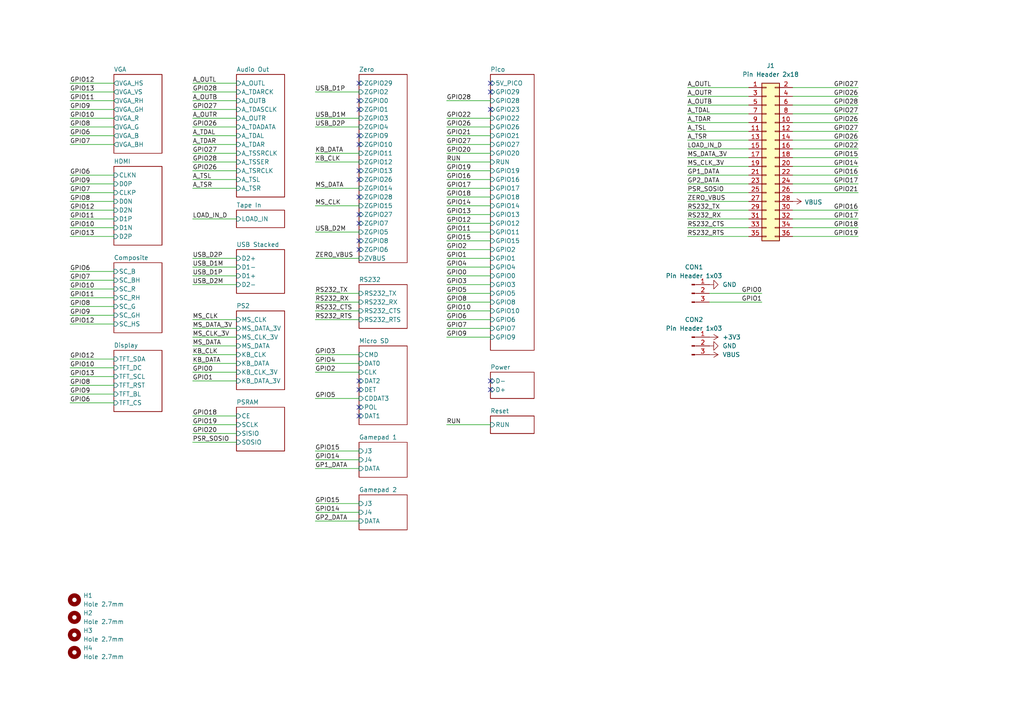
<source format=kicad_sch>
(kicad_sch (version 20231120) (generator "eeschema") (generator_version "8.0")
  (paper "A4")
  (title_block (title "TurboFRANK") (date "2025-01-29") (rev "1.0") (company "Mikhail Matveev") (comment 1 "https://github.com/xtremespb/frank"))
  (lib_symbols
    (symbol "Connector:Conn_01x03_Pin" (pin_names (offset 1.016) hide)
      (property "Reference" "J" (at 0 5.08 0))
      (property "Value" "Conn_01x03_Pin" (at 0 -5.08 0))
      (symbol "Conn_01x03_Pin_1_1"
        (polyline (pts (xy 1.27 -2.54) (xy 0.8636 -2.54)) (stroke (width 0.1524)))
        (polyline (pts (xy 1.27 0) (xy 0.8636 0)) (stroke (width 0.1524)))
        (polyline (pts (xy 1.27 2.54) (xy 0.8636 2.54)) (stroke (width 0.1524)))
        (rectangle (start 0.8636 -2.413) (end 0 -2.667) (stroke (width 0.1524)) (fill (type outline)))
        (rectangle (start 0.8636 0.127) (end 0 -0.127) (stroke (width 0.1524)) (fill (type outline)))
        (rectangle (start 0.8636 2.667) (end 0 2.413) (stroke (width 0.1524)) (fill (type outline)))
        (pin passive line (at 5.08 2.54 180) (length 3.81) (name "Pin_1") (number "1"))
        (pin passive line (at 5.08 0 180) (length 3.81) (name "Pin_2") (number "2"))
        (pin passive line (at 5.08 -2.54 180) (length 3.81) (name "Pin_3") (number "3"))
      )
    )
    (symbol "Connector_Generic:Conn_02x18_Odd_Even" (pin_names (offset 1.016) hide)
      (property "Reference" "J" (at 1.27 22.86 0))
      (property "Value" "Conn_02x18_Odd_Even" (at 1.27 -25.4 0))
      (symbol "Conn_02x18_Odd_Even_1_1"
        (rectangle (start -1.27 -22.733) (end 0 -22.987) (stroke (width 0.1524)))
        (rectangle (start -1.27 -20.193) (end 0 -20.447) (stroke (width 0.1524)))
        (rectangle (start -1.27 -17.653) (end 0 -17.907) (stroke (width 0.1524)))
        (rectangle (start -1.27 -15.113) (end 0 -15.367) (stroke (width 0.1524)))
        (rectangle (start -1.27 -12.573) (end 0 -12.827) (stroke (width 0.1524)))
        (rectangle (start -1.27 -10.033) (end 0 -10.287) (stroke (width 0.1524)))
        (rectangle (start -1.27 -7.493) (end 0 -7.747) (stroke (width 0.1524)))
        (rectangle (start -1.27 -4.953) (end 0 -5.207) (stroke (width 0.1524)))
        (rectangle (start -1.27 -2.413) (end 0 -2.667) (stroke (width 0.1524)))
        (rectangle (start -1.27 0.127) (end 0 -0.127) (stroke (width 0.1524)))
        (rectangle (start -1.27 2.667) (end 0 2.413) (stroke (width 0.1524)))
        (rectangle (start -1.27 5.207) (end 0 4.953) (stroke (width 0.1524)))
        (rectangle (start -1.27 7.747) (end 0 7.493) (stroke (width 0.1524)))
        (rectangle (start -1.27 10.287) (end 0 10.033) (stroke (width 0.1524)))
        (rectangle (start -1.27 12.827) (end 0 12.573) (stroke (width 0.1524)))
        (rectangle (start -1.27 15.367) (end 0 15.113) (stroke (width 0.1524)))
        (rectangle (start -1.27 17.907) (end 0 17.653) (stroke (width 0.1524)))
        (rectangle (start -1.27 20.447) (end 0 20.193) (stroke (width 0.1524)))
        (rectangle (start -1.27 21.59) (end 3.81 -24.13) (stroke (width 0.254)) (fill (type background)))
        (rectangle (start 3.81 -22.733) (end 2.54 -22.987) (stroke (width 0.1524)))
        (rectangle (start 3.81 -20.193) (end 2.54 -20.447) (stroke (width 0.1524)))
        (rectangle (start 3.81 -17.653) (end 2.54 -17.907) (stroke (width 0.1524)))
        (rectangle (start 3.81 -15.113) (end 2.54 -15.367) (stroke (width 0.1524)))
        (rectangle (start 3.81 -12.573) (end 2.54 -12.827) (stroke (width 0.1524)))
        (rectangle (start 3.81 -10.033) (end 2.54 -10.287) (stroke (width 0.1524)))
        (rectangle (start 3.81 -7.493) (end 2.54 -7.747) (stroke (width 0.1524)))
        (rectangle (start 3.81 -4.953) (end 2.54 -5.207) (stroke (width 0.1524)))
        (rectangle (start 3.81 -2.413) (end 2.54 -2.667) (stroke (width 0.1524)))
        (rectangle (start 3.81 0.127) (end 2.54 -0.127) (stroke (width 0.1524)))
        (rectangle (start 3.81 2.667) (end 2.54 2.413) (stroke (width 0.1524)))
        (rectangle (start 3.81 5.207) (end 2.54 4.953) (stroke (width 0.1524)))
        (rectangle (start 3.81 7.747) (end 2.54 7.493) (stroke (width 0.1524)))
        (rectangle (start 3.81 10.287) (end 2.54 10.033) (stroke (width 0.1524)))
        (rectangle (start 3.81 12.827) (end 2.54 12.573) (stroke (width 0.1524)))
        (rectangle (start 3.81 15.367) (end 2.54 15.113) (stroke (width 0.1524)))
        (rectangle (start 3.81 17.907) (end 2.54 17.653) (stroke (width 0.1524)))
        (rectangle (start 3.81 20.447) (end 2.54 20.193) (stroke (width 0.1524)))
        (pin passive line (at -5.08 20.32 0) (length 3.81) (name "Pin_1") (number "1"))
        (pin passive line (at 7.62 10.16 180) (length 3.81) (name "Pin_10") (number "10"))
        (pin passive line (at -5.08 7.62 0) (length 3.81) (name "Pin_11") (number "11"))
        (pin passive line (at 7.62 7.62 180) (length 3.81) (name "Pin_12") (number "12"))
        (pin passive line (at -5.08 5.08 0) (length 3.81) (name "Pin_13") (number "13"))
        (pin passive line (at 7.62 5.08 180) (length 3.81) (name "Pin_14") (number "14"))
        (pin passive line (at -5.08 2.54 0) (length 3.81) (name "Pin_15") (number "15"))
        (pin passive line (at 7.62 2.54 180) (length 3.81) (name "Pin_16") (number "16"))
        (pin passive line (at -5.08 0 0) (length 3.81) (name "Pin_17") (number "17"))
        (pin passive line (at 7.62 0 180) (length 3.81) (name "Pin_18") (number "18"))
        (pin passive line (at -5.08 -2.54 0) (length 3.81) (name "Pin_19") (number "19"))
        (pin passive line (at 7.62 20.32 180) (length 3.81) (name "Pin_2") (number "2"))
        (pin passive line (at 7.62 -2.54 180) (length 3.81) (name "Pin_20") (number "20"))
        (pin passive line (at -5.08 -5.08 0) (length 3.81) (name "Pin_21") (number "21"))
        (pin passive line (at 7.62 -5.08 180) (length 3.81) (name "Pin_22") (number "22"))
        (pin passive line (at -5.08 -7.62 0) (length 3.81) (name "Pin_23") (number "23"))
        (pin passive line (at 7.62 -7.62 180) (length 3.81) (name "Pin_24") (number "24"))
        (pin passive line (at -5.08 -10.16 0) (length 3.81) (name "Pin_25") (number "25"))
        (pin passive line (at 7.62 -10.16 180) (length 3.81) (name "Pin_26") (number "26"))
        (pin passive line (at -5.08 -12.7 0) (length 3.81) (name "Pin_27") (number "27"))
        (pin passive line (at 7.62 -12.7 180) (length 3.81) (name "Pin_28") (number "28"))
        (pin passive line (at -5.08 -15.24 0) (length 3.81) (name "Pin_29") (number "29"))
        (pin passive line (at -5.08 17.78 0) (length 3.81) (name "Pin_3") (number "3"))
        (pin passive line (at 7.62 -15.24 180) (length 3.81) (name "Pin_30") (number "30"))
        (pin passive line (at -5.08 -17.78 0) (length 3.81) (name "Pin_31") (number "31"))
        (pin passive line (at 7.62 -17.78 180) (length 3.81) (name "Pin_32") (number "32"))
        (pin passive line (at -5.08 -20.32 0) (length 3.81) (name "Pin_33") (number "33"))
        (pin passive line (at 7.62 -20.32 180) (length 3.81) (name "Pin_34") (number "34"))
        (pin passive line (at -5.08 -22.86 0) (length 3.81) (name "Pin_35") (number "35"))
        (pin passive line (at 7.62 -22.86 180) (length 3.81) (name "Pin_36") (number "36"))
        (pin passive line (at 7.62 17.78 180) (length 3.81) (name "Pin_4") (number "4"))
        (pin passive line (at -5.08 15.24 0) (length 3.81) (name "Pin_5") (number "5"))
        (pin passive line (at 7.62 15.24 180) (length 3.81) (name "Pin_6") (number "6"))
        (pin passive line (at -5.08 12.7 0) (length 3.81) (name "Pin_7") (number "7"))
        (pin passive line (at 7.62 12.7 180) (length 3.81) (name "Pin_8") (number "8"))
        (pin passive line (at -5.08 10.16 0) (length 3.81) (name "Pin_9") (number "9"))
      )
    )
    (symbol "Mechanical:MountingHole" (pin_names (offset 1.016)) (exclude_from_sim yes) (in_bom no)
      (property "Reference" "H" (at 0 5.08 0))
      (property "Value" "MountingHole" (at 0 3.175 0))
      (symbol "MountingHole_0_1"
        (circle (center 0 0) (radius 1.27) (stroke (width 1.27)))
      )
    )
    (symbol "power:+3V3" (power) (pin_numbers hide) (pin_names (offset 0) hide)
      (property "Value" "+3V3" (at 0 3.556 0))
      (symbol "+3V3_0_1"
        (polyline (pts (xy -0.762 1.27) (xy 0 2.54)))
        (polyline (pts (xy 0 0) (xy 0 2.54)))
        (polyline (pts (xy 0 2.54) (xy 0.762 1.27)))
      )
      (symbol "+3V3_1_1"
        (pin power_in line (at 0 0 90) (length 0) (name "~") (number "1"))
      )
    )
    (symbol "power:GND" (power) (pin_numbers hide) (pin_names (offset 0) hide)
      (property "Value" "GND" (at 0 -3.81 0))
      (symbol "GND_0_1"
        (polyline (pts (xy 0 0) (xy 0 -1.27) (xy 1.27 -1.27) (xy 0 -2.54) (xy -1.27 -1.27) (xy 0 -1.27)))
      )
      (symbol "GND_1_1"
        (pin power_in line (at 0 0 270) (length 0) (name "~") (number "1"))
      )
    )
    (symbol "power:VBUS" (power) (pin_numbers hide) (pin_names (offset 0) hide)
      (property "Value" "VBUS" (at 0 3.556 0))
      (symbol "VBUS_0_1"
        (polyline (pts (xy -0.762 1.27) (xy 0 2.54)))
        (polyline (pts (xy 0 0) (xy 0 2.54)))
        (polyline (pts (xy 0 2.54) (xy 0.762 1.27)))
      )
      (symbol "VBUS_1_1"
        (pin power_in line (at 0 0 90) (length 0) (name "~") (number "1"))
      )
    )
  )
  (no_connect (at 104.14 120.65))
  (no_connect (at 104.14 52.07))
  (no_connect (at 104.14 62.23))
  (no_connect (at 104.14 72.39))
  (no_connect (at 104.14 118.11))
  (no_connect (at 142.24 24.13))
  (no_connect (at 104.14 57.15))
  (no_connect (at 104.14 64.77))
  (no_connect (at 104.14 113.03))
  (no_connect (at 104.14 69.85))
  (no_connect (at 104.14 110.49))
  (no_connect (at 104.14 49.53))
  (no_connect (at 104.14 29.21))
  (no_connect (at 142.24 31.75))
  (no_connect (at 142.24 26.67))
  (no_connect (at 104.14 24.13))
  (no_connect (at 104.14 31.75))
  (no_connect (at 142.24 113.03))
  (no_connect (at 142.24 110.49))
  (no_connect (at 104.14 41.91))
  (no_connect (at 104.14 39.37))
  (wire (pts (xy 229.87 25.4) (xy 248.92 25.4)))
  (wire (pts (xy 55.88 105.41) (xy 68.58 105.41)))
  (wire (pts (xy 129.54 52.07) (xy 142.24 52.07)))
  (wire (pts (xy 55.88 63.5) (xy 68.58 63.5)))
  (wire (pts (xy 229.87 66.04) (xy 248.92 66.04)))
  (wire (pts (xy 91.44 74.93) (xy 104.14 74.93)))
  (wire (pts (xy 91.44 105.41) (xy 104.14 105.41)))
  (wire (pts (xy 55.88 49.53) (xy 68.58 49.53)))
  (wire (pts (xy 20.32 93.98) (xy 33.02 93.98)))
  (wire (pts (xy 20.32 63.5) (xy 33.02 63.5)))
  (wire (pts (xy 91.44 59.69) (xy 104.14 59.69)))
  (wire (pts (xy 55.88 41.91) (xy 68.58 41.91)))
  (wire (pts (xy 229.87 40.64) (xy 248.92 40.64)))
  (wire (pts (xy 199.39 58.42) (xy 217.17 58.42)))
  (wire (pts (xy 20.32 106.68) (xy 33.02 106.68)))
  (wire (pts (xy 129.54 44.45) (xy 142.24 44.45)))
  (wire (pts (xy 229.87 38.1) (xy 248.92 38.1)))
  (wire (pts (xy 91.44 67.31) (xy 104.14 67.31)))
  (wire (pts (xy 55.88 100.33) (xy 68.58 100.33)))
  (wire (pts (xy 20.32 39.37) (xy 33.02 39.37)))
  (wire (pts (xy 55.88 82.55) (xy 68.58 82.55)))
  (wire (pts (xy 229.87 30.48) (xy 248.92 30.48)))
  (wire (pts (xy 91.44 34.29) (xy 104.14 34.29)))
  (wire (pts (xy 229.87 33.02) (xy 248.92 33.02)))
  (wire (pts (xy 129.54 74.93) (xy 142.24 74.93)))
  (wire (pts (xy 91.44 135.89) (xy 104.14 135.89)))
  (wire (pts (xy 220.98 87.63) (xy 205.74 87.63)))
  (wire (pts (xy 229.87 63.5) (xy 248.92 63.5)))
  (wire (pts (xy 20.32 41.91) (xy 33.02 41.91)))
  (wire (pts (xy 55.88 77.47) (xy 68.58 77.47)))
  (wire (pts (xy 91.44 54.61) (xy 104.14 54.61)))
  (wire (pts (xy 20.32 86.36) (xy 33.02 86.36)))
  (wire (pts (xy 229.87 43.18) (xy 248.92 43.18)))
  (wire (pts (xy 129.54 54.61) (xy 142.24 54.61)))
  (wire (pts (xy 20.32 111.76) (xy 33.02 111.76)))
  (wire (pts (xy 55.88 29.21) (xy 68.58 29.21)))
  (wire (pts (xy 55.88 123.19) (xy 68.58 123.19)))
  (wire (pts (xy 199.39 55.88) (xy 217.17 55.88)))
  (wire (pts (xy 199.39 48.26) (xy 217.17 48.26)))
  (wire (pts (xy 199.39 33.02) (xy 217.17 33.02)))
  (wire (pts (xy 91.44 26.67) (xy 104.14 26.67)))
  (wire (pts (xy 91.44 36.83) (xy 104.14 36.83)))
  (wire (pts (xy 55.88 44.45) (xy 68.58 44.45)))
  (wire (pts (xy 91.44 92.71) (xy 104.14 92.71)))
  (wire (pts (xy 129.54 34.29) (xy 142.24 34.29)))
  (wire (pts (xy 20.32 58.42) (xy 33.02 58.42)))
  (wire (pts (xy 20.32 114.3) (xy 33.02 114.3)))
  (wire (pts (xy 199.39 45.72) (xy 217.17 45.72)))
  (wire (pts (xy 129.54 46.99) (xy 142.24 46.99)))
  (wire (pts (xy 55.88 52.07) (xy 68.58 52.07)))
  (wire (pts (xy 20.32 109.22) (xy 33.02 109.22)))
  (wire (pts (xy 229.87 27.94) (xy 248.92 27.94)))
  (wire (pts (xy 129.54 77.47) (xy 142.24 77.47)))
  (wire (pts (xy 129.54 95.25) (xy 142.24 95.25)))
  (wire (pts (xy 129.54 62.23) (xy 142.24 62.23)))
  (wire (pts (xy 91.44 146.05) (xy 104.14 146.05)))
  (wire (pts (xy 20.32 53.34) (xy 33.02 53.34)))
  (wire (pts (xy 129.54 87.63) (xy 142.24 87.63)))
  (wire (pts (xy 20.32 50.8) (xy 33.02 50.8)))
  (wire (pts (xy 229.87 50.8) (xy 248.92 50.8)))
  (wire (pts (xy 20.32 83.82) (xy 33.02 83.82)))
  (wire (pts (xy 129.54 57.15) (xy 142.24 57.15)))
  (wire (pts (xy 91.44 87.63) (xy 104.14 87.63)))
  (wire (pts (xy 199.39 40.64) (xy 217.17 40.64)))
  (wire (pts (xy 91.44 44.45) (xy 104.14 44.45)))
  (wire (pts (xy 129.54 39.37) (xy 142.24 39.37)))
  (wire (pts (xy 55.88 102.87) (xy 68.58 102.87)))
  (wire (pts (xy 229.87 48.26) (xy 248.92 48.26)))
  (wire (pts (xy 91.44 115.57) (xy 104.14 115.57)))
  (wire (pts (xy 55.88 107.95) (xy 68.58 107.95)))
  (wire (pts (xy 199.39 53.34) (xy 217.17 53.34)))
  (wire (pts (xy 20.32 36.83) (xy 33.02 36.83)))
  (wire (pts (xy 20.32 31.75) (xy 33.02 31.75)))
  (wire (pts (xy 55.88 95.25) (xy 68.58 95.25)))
  (wire (pts (xy 55.88 26.67) (xy 68.58 26.67)))
  (wire (pts (xy 129.54 59.69) (xy 142.24 59.69)))
  (wire (pts (xy 20.32 24.13) (xy 33.02 24.13)))
  (wire (pts (xy 55.88 46.99) (xy 68.58 46.99)))
  (wire (pts (xy 229.87 53.34) (xy 248.92 53.34)))
  (wire (pts (xy 91.44 151.13) (xy 104.14 151.13)))
  (wire (pts (xy 20.32 66.04) (xy 33.02 66.04)))
  (wire (pts (xy 199.39 50.8) (xy 217.17 50.8)))
  (wire (pts (xy 199.39 43.18) (xy 217.17 43.18)))
  (wire (pts (xy 55.88 125.73) (xy 68.58 125.73)))
  (wire (pts (xy 199.39 30.48) (xy 217.17 30.48)))
  (wire (pts (xy 55.88 74.93) (xy 68.58 74.93)))
  (wire (pts (xy 199.39 35.56) (xy 217.17 35.56)))
  (wire (pts (xy 20.32 78.74) (xy 33.02 78.74)))
  (wire (pts (xy 55.88 120.65) (xy 68.58 120.65)))
  (wire (pts (xy 129.54 72.39) (xy 142.24 72.39)))
  (wire (pts (xy 55.88 97.79) (xy 68.58 97.79)))
  (wire (pts (xy 199.39 66.04) (xy 217.17 66.04)))
  (wire (pts (xy 20.32 34.29) (xy 33.02 34.29)))
  (wire (pts (xy 20.32 55.88) (xy 33.02 55.88)))
  (wire (pts (xy 129.54 85.09) (xy 142.24 85.09)))
  (wire (pts (xy 55.88 34.29) (xy 68.58 34.29)))
  (wire (pts (xy 129.54 82.55) (xy 142.24 82.55)))
  (wire (pts (xy 229.87 68.58) (xy 248.92 68.58)))
  (wire (pts (xy 129.54 36.83) (xy 142.24 36.83)))
  (wire (pts (xy 91.44 130.81) (xy 104.14 130.81)))
  (wire (pts (xy 129.54 41.91) (xy 142.24 41.91)))
  (wire (pts (xy 129.54 67.31) (xy 142.24 67.31)))
  (wire (pts (xy 55.88 80.01) (xy 68.58 80.01)))
  (wire (pts (xy 20.32 104.14) (xy 33.02 104.14)))
  (wire (pts (xy 20.32 81.28) (xy 33.02 81.28)))
  (wire (pts (xy 20.32 88.9) (xy 33.02 88.9)))
  (wire (pts (xy 55.88 24.13) (xy 68.58 24.13)))
  (wire (pts (xy 199.39 60.96) (xy 217.17 60.96)))
  (wire (pts (xy 20.32 29.21) (xy 33.02 29.21)))
  (wire (pts (xy 20.32 91.44) (xy 33.02 91.44)))
  (wire (pts (xy 91.44 90.17) (xy 104.14 90.17)))
  (wire (pts (xy 229.87 55.88) (xy 248.92 55.88)))
  (wire (pts (xy 129.54 97.79) (xy 142.24 97.79)))
  (wire (pts (xy 55.88 36.83) (xy 68.58 36.83)))
  (wire (pts (xy 129.54 90.17) (xy 142.24 90.17)))
  (wire (pts (xy 55.88 54.61) (xy 68.58 54.61)))
  (wire (pts (xy 91.44 85.09) (xy 104.14 85.09)))
  (wire (pts (xy 129.54 29.21) (xy 142.24 29.21)))
  (wire (pts (xy 55.88 31.75) (xy 68.58 31.75)))
  (wire (pts (xy 129.54 69.85) (xy 142.24 69.85)))
  (wire (pts (xy 199.39 38.1) (xy 217.17 38.1)))
  (wire (pts (xy 129.54 64.77) (xy 142.24 64.77)))
  (wire (pts (xy 199.39 63.5) (xy 217.17 63.5)))
  (wire (pts (xy 91.44 133.35) (xy 104.14 133.35)))
  (wire (pts (xy 220.98 85.09) (xy 205.74 85.09)))
  (wire (pts (xy 20.32 116.84) (xy 33.02 116.84)))
  (wire (pts (xy 199.39 25.4) (xy 217.17 25.4)))
  (wire (pts (xy 129.54 123.19) (xy 142.24 123.19)))
  (wire (pts (xy 129.54 49.53) (xy 142.24 49.53)))
  (wire (pts (xy 55.88 110.49) (xy 68.58 110.49)))
  (wire (pts (xy 55.88 39.37) (xy 68.58 39.37)))
  (wire (pts (xy 91.44 148.59) (xy 104.14 148.59)))
  (wire (pts (xy 199.39 27.94) (xy 217.17 27.94)))
  (wire (pts (xy 229.87 35.56) (xy 248.92 35.56)))
  (wire (pts (xy 91.44 46.99) (xy 104.14 46.99)))
  (wire (pts (xy 20.32 26.67) (xy 33.02 26.67)))
  (wire (pts (xy 55.88 128.27) (xy 68.58 128.27)))
  (wire (pts (xy 229.87 45.72) (xy 248.92 45.72)))
  (wire (pts (xy 20.32 60.96) (xy 33.02 60.96)))
  (wire (pts (xy 129.54 92.71) (xy 142.24 92.71)))
  (wire (pts (xy 199.39 68.58) (xy 217.17 68.58)))
  (wire (pts (xy 91.44 107.95) (xy 104.14 107.95)))
  (wire (pts (xy 129.54 80.01) (xy 142.24 80.01)))
  (wire (pts (xy 229.87 60.96) (xy 248.92 60.96)))
  (wire (pts (xy 20.32 68.58) (xy 33.02 68.58)))
  (wire (pts (xy 55.88 92.71) (xy 68.58 92.71)))
  (wire (pts (xy 91.44 102.87) (xy 104.14 102.87)))
  (label "GPIO10" (at 20.32 83.82 0))
  (label "RS232_RX" (at 91.44 87.63 0))
  (label "MS_CLK_3V" (at 199.39 48.26 0))
  (label "LOAD_IN_D" (at 199.39 43.18 0))
  (label "MS_DATA_3V" (at 199.39 45.72 0))
  (label "GPIO7" (at 20.32 55.88 0))
  (label "GPIO14" (at 91.44 148.59 0))
  (label "GPIO15" (at 91.44 146.05 0))
  (label "GPIO19" (at 55.88 123.19 0))
  (label "GPIO3" (at 91.44 102.87 0))
  (label "GPIO12" (at 20.32 24.13 0))
  (label "A_TDAR" (at 199.39 35.56 0))
  (label "GPIO26" (at 248.92 35.56 180))
  (label "A_TSR" (at 55.88 54.61 0))
  (label "A_TSR" (at 199.39 40.64 0))
  (label "USB_D1P" (at 91.44 26.67 0))
  (label "GPIO14" (at 248.92 48.26 180))
  (label "GPIO9" (at 20.32 31.75 0))
  (label "GPIO20" (at 129.54 44.45 0))
  (label "GPIO8" (at 20.32 88.9 0))
  (label "GPIO9" (at 129.54 97.79 0))
  (label "GPIO3" (at 129.54 82.55 0))
  (label "GP1_DATA" (at 91.44 135.89 0))
  (label "GPIO20" (at 55.88 125.73 0))
  (label "GPIO1" (at 220.98 87.63 180))
  (label "GPIO27" (at 248.92 25.4 180))
  (label "GPIO27" (at 129.54 41.91 0))
  (label "GPIO27" (at 55.88 44.45 0))
  (label "GPIO17" (at 129.54 54.61 0))
  (label "GPIO14" (at 91.44 133.35 0))
  (label "RS232_RTS" (at 199.39 68.58 0))
  (label "GPIO16" (at 248.92 60.96 180))
  (label "GPIO6" (at 129.54 92.71 0))
  (label "GPIO26" (at 55.88 36.83 0))
  (label "LOAD_IN_D" (at 55.88 63.5 0))
  (label "GPIO18" (at 55.88 120.65 0))
  (label "RS232_CTS" (at 91.44 90.17 0))
  (label "GPIO5" (at 91.44 115.57 0))
  (label "MS_DATA" (at 55.88 100.33 0))
  (label "GPIO28" (at 55.88 26.67 0))
  (label "RUN" (at 129.54 46.99 0))
  (label "ZERO_VBUS" (at 91.44 74.93 0))
  (label "GPIO27" (at 55.88 31.75 0))
  (label "GPIO9" (at 20.32 91.44 0))
  (label "GPIO12" (at 20.32 60.96 0))
  (label "GPIO13" (at 129.54 62.23 0))
  (label "GPIO8" (at 129.54 87.63 0))
  (label "RS232_CTS" (at 199.39 66.04 0))
  (label "KB_DATA" (at 55.88 105.41 0))
  (label "KB_CLK" (at 91.44 46.99 0))
  (label "USB_D1M" (at 55.88 77.47 0))
  (label "GPIO26" (at 248.92 27.94 180))
  (label "USB_D2P" (at 55.88 74.93 0))
  (label "A_TDAL" (at 55.88 39.37 0))
  (label "GPIO2" (at 129.54 72.39 0))
  (label "A_TDAL" (at 199.39 33.02 0))
  (label "GPIO28" (at 129.54 29.21 0))
  (label "GPIO17" (at 248.92 63.5 180))
  (label "GPIO7" (at 20.32 81.28 0))
  (label "GPIO14" (at 129.54 59.69 0))
  (label "GPIO22" (at 129.54 34.29 0))
  (label "PSR_SOSIO" (at 199.39 55.88 0))
  (label "A_TSL" (at 199.39 38.1 0))
  (label "GPIO28" (at 55.88 46.99 0))
  (label "USB_D2M" (at 55.88 82.55 0))
  (label "GPIO0" (at 55.88 107.95 0))
  (label "MS_DATA" (at 91.44 54.61 0))
  (label "MS_CLK" (at 91.44 59.69 0))
  (label "KB_CLK" (at 55.88 102.87 0))
  (label "MS_CLK" (at 55.88 92.71 0))
  (label "GPIO19" (at 129.54 49.53 0))
  (label "A_OUTB" (at 55.88 29.21 0))
  (label "GPIO7" (at 20.32 41.91 0))
  (label "GPIO18" (at 129.54 57.15 0))
  (label "GPIO13" (at 20.32 109.22 0))
  (label "GPIO26" (at 55.88 49.53 0))
  (label "GPIO21" (at 129.54 39.37 0))
  (label "GPIO11" (at 20.32 86.36 0))
  (label "GPIO22" (at 248.92 43.18 180))
  (label "RS232_RX" (at 199.39 63.5 0))
  (label "GPIO8" (at 20.32 111.76 0))
  (label "GPIO16" (at 248.92 50.8 180))
  (label "GPIO13" (at 20.32 68.58 0))
  (label "A_TSL" (at 55.88 52.07 0))
  (label "GPIO13" (at 20.32 26.67 0))
  (label "GPIO2" (at 91.44 107.95 0))
  (label "GPIO6" (at 20.32 50.8 0))
  (label "GPIO5" (at 129.54 85.09 0))
  (label "GP2_DATA" (at 91.44 151.13 0))
  (label "GPIO17" (at 248.92 53.34 180))
  (label "GPIO21" (at 248.92 55.88 180))
  (label "ZERO_VBUS" (at 199.39 58.42 0))
  (label "GPIO12" (at 20.32 104.14 0))
  (label "GPIO1" (at 55.88 110.49 0))
  (label "MS_DATA_3V" (at 55.88 95.25 0))
  (label "GPIO8" (at 20.32 58.42 0))
  (label "A_OUTL" (at 199.39 25.4 0))
  (label "GPIO9" (at 20.32 114.3 0))
  (label "GPIO11" (at 20.32 63.5 0))
  (label "GPIO10" (at 129.54 90.17 0))
  (label "KB_DATA" (at 91.44 44.45 0))
  (label "GPIO8" (at 20.32 36.83 0))
  (label "USB_D2P" (at 91.44 36.83 0))
  (label "MS_CLK_3V" (at 55.88 97.79 0))
  (label "GPIO15" (at 248.92 45.72 180))
  (label "RS232_TX" (at 91.44 85.09 0))
  (label "GPIO11" (at 129.54 67.31 0))
  (label "A_OUTB" (at 199.39 30.48 0))
  (label "GPIO4" (at 129.54 77.47 0))
  (label "GPIO7" (at 129.54 95.25 0))
  (label "RUN" (at 129.54 123.19 0))
  (label "GPIO12" (at 20.32 93.98 0))
  (label "GPIO26" (at 248.92 40.64 180))
  (label "GPIO15" (at 129.54 69.85 0))
  (label "GPIO10" (at 20.32 34.29 0))
  (label "A_OUTR" (at 199.39 27.94 0))
  (label "GPIO6" (at 20.32 39.37 0))
  (label "A_OUTR" (at 55.88 34.29 0))
  (label "GPIO11" (at 20.32 29.21 0))
  (label "PSR_SOSIO" (at 55.88 128.27 0))
  (label "RS232_RTS" (at 91.44 92.71 0))
  (label "GPIO0" (at 129.54 80.01 0))
  (label "GPIO19" (at 248.92 68.58 180))
  (label "GPIO12" (at 129.54 64.77 0))
  (label "GPIO27" (at 248.92 33.02 180))
  (label "GPIO1" (at 129.54 74.93 0))
  (label "A_TDAR" (at 55.88 41.91 0))
  (label "GPIO0" (at 220.98 85.09 180))
  (label "GPIO4" (at 91.44 105.41 0))
  (label "RS232_TX" (at 199.39 60.96 0))
  (label "GPIO15" (at 91.44 130.81 0))
  (label "A_OUTL" (at 55.88 24.13 0))
  (label "GPIO26" (at 129.54 36.83 0))
  (label "GP2_DATA" (at 199.39 53.34 0))
  (label "GPIO9" (at 20.32 53.34 0))
  (label "GPIO10" (at 20.32 106.68 0))
  (label "GPIO28" (at 248.92 30.48 180))
  (label "GPIO27" (at 248.92 38.1 180))
  (label "USB_D1M" (at 91.44 34.29 0))
  (label "GPIO6" (at 20.32 78.74 0))
  (label "GPIO6" (at 20.32 116.84 0))
  (label "GPIO10" (at 20.32 66.04 0))
  (label "GP1_DATA" (at 199.39 50.8 0))
  (label "GPIO18" (at 248.92 66.04 180))
  (label "GPIO16" (at 129.54 52.07 0))
  (label "USB_D2M" (at 91.44 67.31 0))
  (label "USB_D1P" (at 55.88 80.01 0))
  (symbol (lib_id "power:VBUS") (at 205.74 102.87 270) (unit 1)
    (property "Reference" "#PWR05" (effects (hide yes)))
    (property "Value" "VBUS" (at 209.55 102.8699 90) (effects (justify left)))
    (property "Description" "Power symbol creates a global label with name \"VBUS\"" (effects (hide yes)))
  )
  (symbol (lib_id "Mechanical:MountingHole") (at 21.59 184.15 0) (unit 1) (exclude_from_sim yes) (in_bom no)
    (property "Reference" "H3" (at 24.13 182.8799 0) (effects (justify left)))
    (property "Value" "Hole 2.7mm" (at 24.13 185.4199 0) (effects (justify left)))
    (property "Footprint" "FRANK:Mounting Hole (2.7mm)" (effects (hide yes)))
    (property "Description" "Mounting Hole without connection" (effects (hide yes)))
  )
  (symbol (lib_id "Connector:Conn_01x03_Pin") (at 200.66 85.09 0) (unit 1)
    (property "Reference" "CON1" (at 201.295 77.47 0))
    (property "Value" "Pin Header 1x03" (at 201.295 80.01 0))
    (property "Footprint" "FRANK:Pin Header (1x03)" (effects (hide yes)))
    (property "Description" "Generic connector, single row, 01x03, script generated" (effects (hide yes)))
    (property "AliExpress" "https://www.aliexpress.com/item/1005007039504981.html" (effects (hide yes)))
  )
  (symbol (lib_id "Mechanical:MountingHole") (at 21.59 189.23 0) (unit 1) (exclude_from_sim yes) (in_bom no)
    (property "Reference" "H4" (at 24.13 187.9599 0) (effects (justify left)))
    (property "Value" "Hole 2.7mm" (at 24.13 190.4999 0) (effects (justify left)))
    (property "Footprint" "FRANK:Mounting Hole (2.7mm)" (effects (hide yes)))
    (property "Description" "Mounting Hole without connection" (effects (hide yes)))
  )
  (symbol (lib_id "Mechanical:MountingHole") (at 21.59 179.07 0) (unit 1) (exclude_from_sim yes) (in_bom no)
    (property "Reference" "H2" (at 24.13 177.7999 0) (effects (justify left)))
    (property "Value" "Hole 2.7mm" (at 24.13 180.3399 0) (effects (justify left)))
    (property "Footprint" "FRANK:Mounting Hole (2.7mm)" (effects (hide yes)))
    (property "Description" "Mounting Hole without connection" (effects (hide yes)))
  )
  (symbol (lib_id "power:+3V3") (at 205.74 97.79 270) (unit 1)
    (property "Reference" "#PWR03" (effects (hide yes)))
    (property "Value" "+3V3" (at 209.55 97.7899 90) (effects (justify left)))
    (property "Description" "Power symbol creates a global label with name \"+3V3\"" (effects (hide yes)))
  )
  (symbol (lib_id "power:GND") (at 205.74 82.55 90) (unit 1)
    (property "Reference" "#PWR02" (effects (hide yes)))
    (property "Value" "GND" (at 209.55 82.5499 90) (effects (justify right)))
    (property "Description" "Power symbol creates a global label with name \"GND\" , ground" (effects (hide yes)))
  )
  (symbol (lib_id "power:VBUS") (at 229.87 58.42 270) (unit 1)
    (property "Reference" "#PWR01" (effects (hide yes)))
    (property "Value" "VBUS" (at 233.3788 58.6416 90) (effects (justify left)))
    (property "Description" "Power symbol creates a global label with name \"VBUS\"" (effects (hide yes)))
  )
  (symbol (lib_id "power:GND") (at 205.74 100.33 90) (unit 1)
    (property "Reference" "#PWR04" (effects (hide yes)))
    (property "Value" "GND" (at 209.55 100.3299 90) (effects (justify right)))
    (property "Description" "Power symbol creates a global label with name \"GND\" , ground" (effects (hide yes)))
  )
  (symbol (lib_id "Connector:Conn_01x03_Pin") (at 200.66 100.33 0) (unit 1)
    (property "Reference" "CON2" (at 201.295 92.71 0))
    (property "Value" "Pin Header 1x03" (at 201.295 95.25 0))
    (property "Footprint" "FRANK:Pin Header (1x03)" (effects (hide yes)))
    (property "Description" "Generic connector, single row, 01x03, script generated" (effects (hide yes)))
    (property "AliExpress" "https://www.aliexpress.com/item/1005007039504981.html" (effects (hide yes)))
  )
  (symbol (lib_id "Connector_Generic:Conn_02x18_Odd_Even") (at 222.25 45.72 0) (unit 1)
    (property "Reference" "J1" (at 223.52 19.05 0))
    (property "Value" "Pin Header 2x18" (at 223.52 21.59 0))
    (property "Footprint" "FRANK:Pin Header (2x18)" (effects (hide yes)))
    (property "Description" "Generic connector, double row, 02x18, odd/even pin numbering scheme (row 1 odd numbers, row 2 even numbers), script generated (kicad-library-utils/schlib/autogen/connector/)" (effects (hide yes)))
    (property "AliExpress" "https://www.aliexpress.com/item/1005006804478835.html" (effects (hide yes)))
  )
  (symbol (lib_id "Mechanical:MountingHole") (at 21.59 173.99 0) (unit 1) (exclude_from_sim yes) (in_bom no)
    (property "Reference" "H1" (at 24.13 172.7199 0) (effects (justify left)))
    (property "Value" "Hole 2.7mm" (at 24.13 175.2599 0) (effects (justify left)))
    (property "Footprint" "FRANK:Mounting Hole (2.7mm)" (effects (hide yes)))
    (property "Description" "Mounting Hole without connection" (effects (hide yes)))
  )
  (sheet (at 33.02 101.6) (size 13.97 17.78) (stroke (width 0.1524))
    (property "Sheetname" "Display" (at 33.02 100.8884 0) (effects (justify left bottom)))
    (property "Sheetfile" "display.kicad_sch" (effects (hide yes)))
    (pin "TFT_SDA" input (at 33.02 104.14 180))
    (pin "TFT_DC" input (at 33.02 106.68 180))
    (pin "TFT_SCL" input (at 33.02 109.22 180))
    (pin "TFT_RST" input (at 33.02 111.76 180))
    (pin "TFT_BL" input (at 33.02 114.3 180))
    (pin "TFT_CS" input (at 33.02 116.84 180))
  )
  (sheet (at 33.02 21.59) (size 13.97 22.86) (stroke (width 0.1524))
    (property "Sheetname" "VGA" (at 33.02 20.8784 0) (effects (justify left bottom)))
    (property "Sheetfile" "vga.kicad_sch" (effects (hide yes)))
    (pin "VGA_HS" output (at 33.02 24.13 180))
    (pin "VGA_VS" output (at 33.02 26.67 180))
    (pin "VGA_RH" output (at 33.02 29.21 180))
    (pin "VGA_GH" output (at 33.02 31.75 180))
    (pin "VGA_R" output (at 33.02 34.29 180))
    (pin "VGA_G" output (at 33.02 36.83 180))
    (pin "VGA_B" output (at 33.02 39.37 180))
    (pin "VGA_BH" output (at 33.02 41.91 180))
  )
  (sheet (at 104.14 100.33) (size 13.97 22.86) (stroke (width 0.1524))
    (property "Sheetname" "Micro SD" (at 104.14 99.6184 0) (effects (justify left bottom)))
    (property "Sheetfile" "sd.kicad_sch" (effects (hide yes)))
    (pin "CMD" input (at 104.14 102.87 180))
    (pin "DAT0" input (at 104.14 105.41 180))
    (pin "CLK" input (at 104.14 107.95 180))
    (pin "DAT2" input (at 104.14 110.49 180))
    (pin "DET" input (at 104.14 113.03 180))
    (pin "CDDAT3" input (at 104.14 115.57 180))
    (pin "POL" input (at 104.14 118.11 180))
    (pin "DAT1" input (at 104.14 120.65 180))
  )
  (sheet (at 142.24 120.65) (size 12.7 5.08) (stroke (width 0.1524))
    (property "Sheetname" "Reset" (at 142.24 119.9384 0) (effects (justify left bottom)))
    (property "Sheetfile" "reset.kicad_sch" (effects (hide yes)))
    (pin "RUN" input (at 142.24 123.19 180))
  )
  (sheet (at 33.02 76.2) (size 13.97 20.32) (stroke (width 0.1524))
    (property "Sheetname" "Composite" (at 33.02 75.4884 0) (effects (justify left bottom)))
    (property "Sheetfile" "composite.kicad_sch" (effects (hide yes)))
    (pin "SC_B" input (at 33.02 78.74 180))
    (pin "SC_BH" input (at 33.02 81.28 180))
    (pin "SC_R" input (at 33.02 83.82 180))
    (pin "SC_RH" input (at 33.02 86.36 180))
    (pin "SC_G" input (at 33.02 88.9 180))
    (pin "SC_GH" input (at 33.02 91.44 180))
    (pin "SC_HS" input (at 33.02 93.98 180))
  )
  (sheet (at 68.58 60.96) (size 13.97 5.08) (stroke (width 0.1524))
    (property "Sheetname" "Tape In" (at 68.58 60.2484 0) (effects (justify left bottom)))
    (property "Sheetfile" "tape.kicad_sch" (effects (hide yes)))
    (pin "LOAD_IN" input (at 68.58 63.5 180))
  )
  (sheet (at 142.24 21.59) (size 12.7 80.01) (stroke (width 0.1524))
    (property "Sheetname" "Pico" (at 142.24 20.8784 0) (effects (justify left bottom)))
    (property "Sheetfile" "pico.kicad_sch" (effects (hide yes)))
    (pin "5V_PICO" input (at 142.24 24.13 180))
    (pin "GPIO29" input (at 142.24 26.67 180))
    (pin "GPIO28" input (at 142.24 29.21 180))
    (pin "GPIO23" input (at 142.24 31.75 180))
    (pin "GPIO22" input (at 142.24 34.29 180))
    (pin "GPIO26" input (at 142.24 36.83 180))
    (pin "GPIO21" input (at 142.24 39.37 180))
    (pin "GPIO27" input (at 142.24 41.91 180))
    (pin "GPIO20" input (at 142.24 44.45 180))
    (pin "RUN" input (at 142.24 46.99 180))
    (pin "GPIO19" input (at 142.24 49.53 180))
    (pin "GPIO16" input (at 142.24 52.07 180))
    (pin "GPIO17" input (at 142.24 54.61 180))
    (pin "GPIO18" input (at 142.24 57.15 180))
    (pin "GPIO14" input (at 142.24 59.69 180))
    (pin "GPIO13" input (at 142.24 62.23 180))
    (pin "GPIO12" input (at 142.24 64.77 180))
    (pin "GPIO11" input (at 142.24 67.31 180))
    (pin "GPIO15" input (at 142.24 69.85 180))
    (pin "GPIO2" input (at 142.24 72.39 180))
    (pin "GPIO1" input (at 142.24 74.93 180))
    (pin "GPIO4" input (at 142.24 77.47 180))
    (pin "GPIO0" input (at 142.24 80.01 180))
    (pin "GPIO3" input (at 142.24 82.55 180))
    (pin "GPIO5" input (at 142.24 85.09 180))
    (pin "GPIO8" input (at 142.24 87.63 180))
    (pin "GPIO10" input (at 142.24 90.17 180))
    (pin "GPIO6" input (at 142.24 92.71 180))
    (pin "GPIO7" input (at 142.24 95.25 180))
    (pin "GPIO9" input (at 142.24 97.79 180))
  )
  (sheet (at 104.14 128.27) (size 13.97 10.16) (stroke (width 0.1524))
    (property "Sheetname" "Gamepad 1" (at 104.14 127.5584 0) (effects (justify left bottom)))
    (property "Sheetfile" "gamepad.kicad_sch" (effects (hide yes)))
    (pin "J3" input (at 104.14 130.81 180))
    (pin "J4" input (at 104.14 133.35 180))
    (pin "DATA" input (at 104.14 135.89 180))
  )
  (sheet (at 104.14 82.55) (size 13.97 12.7) (stroke (width 0.1524))
    (property "Sheetname" "RS232" (at 104.14 81.8384 0) (effects (justify left bottom)))
    (property "Sheetfile" "rs232.kicad_sch" (effects (hide yes)))
    (pin "RS232_TX" input (at 104.14 85.09 180))
    (pin "RS232_RX" input (at 104.14 87.63 180))
    (pin "RS232_CTS" input (at 104.14 90.17 180))
    (pin "RS232_RTS" input (at 104.14 92.71 180))
  )
  (sheet (at 68.58 90.17) (size 13.97 22.86) (stroke (width 0.1524))
    (property "Sheetname" "PS2" (at 68.58 89.4584 0) (effects (justify left bottom)))
    (property "Sheetfile" "ps2.kicad_sch" (effects (hide yes)))
    (pin "MS_CLK" input (at 68.58 92.71 180))
    (pin "MS_DATA_3V" input (at 68.58 95.25 180))
    (pin "MS_CLK_3V" input (at 68.58 97.79 180))
    (pin "MS_DATA" input (at 68.58 100.33 180))
    (pin "KB_CLK" input (at 68.58 102.87 180))
    (pin "KB_DATA" input (at 68.58 105.41 180))
    (pin "KB_CLK_3V" input (at 68.58 107.95 180))
    (pin "KB_DATA_3V" input (at 68.58 110.49 180))
  )
  (sheet (at 68.58 72.39) (size 13.97 12.7) (stroke (width 0.1524))
    (property "Sheetname" "USB Stacked" (at 68.58 71.6784 0) (effects (justify left bottom)))
    (property "Sheetfile" "usbstack.kicad_sch" (effects (hide yes)))
    (pin "D2+" input (at 68.58 74.93 180))
    (pin "D1-" input (at 68.58 77.47 180))
    (pin "D1+" input (at 68.58 80.01 180))
    (pin "D2-" input (at 68.58 82.55 180))
  )
  (sheet (at 142.24 107.95) (size 12.7 7.62) (stroke (width 0.1524))
    (property "Sheetname" "Power" (at 142.24 107.2384 0) (effects (justify left bottom)))
    (property "Sheetfile" "power.kicad_sch" (effects (hide yes)))
    (pin "D-" input (at 142.24 110.49 180))
    (pin "D+" input (at 142.24 113.03 180))
  )
  (sheet (at 68.58 118.11) (size 13.97 12.7) (stroke (width 0.1524))
    (property "Sheetname" "PSRAM" (at 68.58 117.3984 0) (effects (justify left bottom)))
    (property "Sheetfile" "psram.kicad_sch" (effects (hide yes)))
    (pin "CE" input (at 68.58 120.65 180))
    (pin "SCLK" input (at 68.58 123.19 180))
    (pin "SISIO" input (at 68.58 125.73 180))
    (pin "SOSIO" input (at 68.58 128.27 180))
  )
  (sheet (at 33.02 48.26) (size 13.97 22.86) (stroke (width 0.1524))
    (property "Sheetname" "HDMI" (at 33.02 47.5484 0) (effects (justify left bottom)))
    (property "Sheetfile" "hdmi.kicad_sch" (effects (hide yes)))
    (pin "CLKN" input (at 33.02 50.8 180))
    (pin "D0P" input (at 33.02 53.34 180))
    (pin "CLKP" input (at 33.02 55.88 180))
    (pin "D0N" input (at 33.02 58.42 180))
    (pin "D2N" input (at 33.02 60.96 180))
    (pin "D1P" input (at 33.02 63.5 180))
    (pin "D1N" input (at 33.02 66.04 180))
    (pin "D2P" input (at 33.02 68.58 180))
  )
  (sheet (at 104.14 143.51) (size 13.97 10.16) (stroke (width 0.1524))
    (property "Sheetname" "Gamepad 2" (at 104.14 142.7984 0) (effects (justify left bottom)))
    (property "Sheetfile" "gamepad.kicad_sch" (effects (hide yes)))
    (pin "J3" input (at 104.14 146.05 180))
    (pin "J4" input (at 104.14 148.59 180))
    (pin "DATA" input (at 104.14 151.13 180))
  )
  (sheet (at 68.58 21.59) (size 13.97 35.56) (stroke (width 0.1524))
    (property "Sheetname" "Audio Out" (at 68.58 20.8784 0) (effects (justify left bottom)))
    (property "Sheetfile" "audio.kicad_sch" (effects (hide yes)))
    (pin "A_OUTL" input (at 68.58 24.13 180))
    (pin "A_TDARCK" input (at 68.58 26.67 180))
    (pin "A_OUTB" input (at 68.58 29.21 180))
    (pin "A_TDASCLK" input (at 68.58 31.75 180))
    (pin "A_OUTR" input (at 68.58 34.29 180))
    (pin "A_TDADATA" input (at 68.58 36.83 180))
    (pin "A_TDAL" input (at 68.58 39.37 180))
    (pin "A_TDAR" input (at 68.58 41.91 180))
    (pin "A_TSSRCLK" input (at 68.58 44.45 180))
    (pin "A_TSRCLK" input (at 68.58 49.53 180))
    (pin "A_TSR" input (at 68.58 54.61 180))
    (pin "A_TSSER" input (at 68.58 46.99 180))
    (pin "A_TSL" input (at 68.58 52.07 180))
  )
  (sheet (at 104.14 21.59) (size 13.97 54.61) (stroke (width 0.1524))
    (property "Sheetname" "Zero" (at 104.14 20.8784 0) (effects (justify left bottom)))
    (property "Sheetfile" "zero.kicad_sch" (effects (hide yes)))
    (pin "ZGPIO29" input (at 104.14 24.13 180))
    (pin "ZGPIO2" input (at 104.14 26.67 180))
    (pin "ZGPIO0" input (at 104.14 29.21 180))
    (pin "ZGPIO1" input (at 104.14 31.75 180))
    (pin "ZGPIO3" input (at 104.14 34.29 180))
    (pin "ZGPIO4" input (at 104.14 36.83 180))
    (pin "ZGPIO9" input (at 104.14 39.37 180))
    (pin "ZGPIO10" input (at 104.14 41.91 180))
    (pin "ZGPIO11" input (at 104.14 44.45 180))
    (pin "ZGPIO12" input (at 104.14 46.99 180))
    (pin "ZGPIO13" input (at 104.14 49.53 180))
    (pin "ZGPIO26" input (at 104.14 52.07 180))
    (pin "ZGPIO14" input (at 104.14 54.61 180))
    (pin "ZGPIO28" input (at 104.14 57.15 180))
    (pin "ZGPIO15" input (at 104.14 59.69 180))
    (pin "ZGPIO27" input (at 104.14 62.23 180))
    (pin "ZGPIO7" input (at 104.14 64.77 180))
    (pin "ZGPIO5" input (at 104.14 67.31 180))
    (pin "ZGPIO8" input (at 104.14 69.85 180))
    (pin "ZGPIO6" input (at 104.14 72.39 180))
    (pin "ZVBUS" input (at 104.14 74.93 180))
  )
)
</source>
